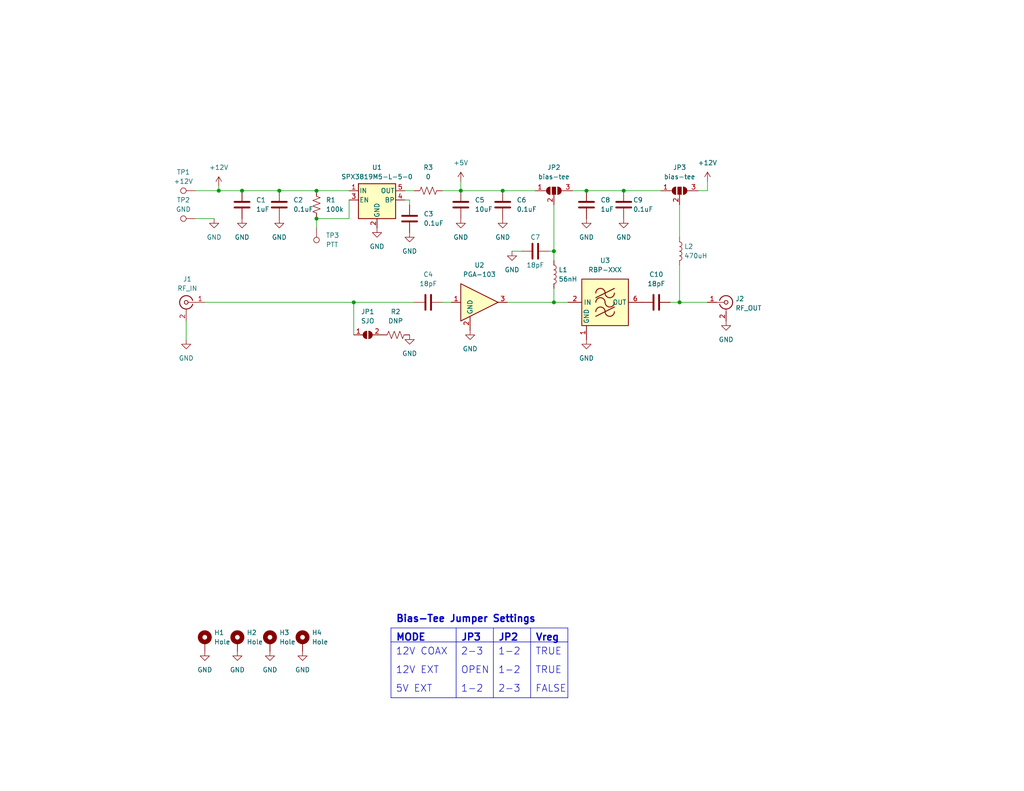
<source format=kicad_sch>
(kicad_sch (version 20230121) (generator eeschema)
  (paper "A")
  (title_block (title "PGA-103+ Preamplifier, Version 2") (date "2023-08-08") (rev "-") (company "VTGS, GSN-DSA") (comment 1 "Preamplifier for VHF/UHF Satellite Rx") (comment 2 "Minicircuits RBP-XXX Variant") (comment 3 "creativecommons.org/licenses/by/4.0/") (comment 4 "License: CC BY 4.0") (comment 5 "Author: Zach Leffke, KJ4QLP"))
  (lib_symbols
    (symbol "Connector:Conn_Coaxial" (pin_names (offset 1.016) hide)
      (property "Reference" "J" (at 0.254 3.048 0))
      (property "Value" "Conn_Coaxial" (at 2.921 0 90))
      (symbol "Conn_Coaxial_0_1"
        (arc (start -1.778 -0.508) (mid 0.2311 -1.8066) (end 1.778 0) (stroke (width 0.254)))
        (polyline (pts (xy -2.54 0) (xy -0.508 0)))
        (polyline (pts (xy 0 -2.54) (xy 0 -1.778)))
        (circle (center 0 0) (radius 0.508) (stroke (width 0.2032)))
        (arc (start 1.778 0) (mid 0.2099 1.8101) (end -1.778 0.508) (stroke (width 0.254)))
      )
      (symbol "Conn_Coaxial_1_1"
        (pin passive line (at -5.08 0 0) (length 2.54) (name "In") (number "1"))
        (pin passive line (at 0 -5.08 90) (length 2.54) (name "Ext") (number "2"))
      )
    )
    (symbol "Connector:TestPoint" (pin_numbers hide) (pin_names (offset 0.762) hide)
      (property "Reference" "TP" (at 0 6.858 0))
      (property "Value" "TestPoint" (at 0 5.08 0))
      (symbol "TestPoint_0_1"
        (circle (center 0 3.302) (radius 0.762))
      )
      (symbol "TestPoint_1_1"
        (pin passive line (at 0 0 90) (length 2.54) (name "1") (number "1"))
      )
    )
    (symbol "Device:C" (pin_numbers hide) (pin_names (offset 0.254))
      (property "Reference" "C" (at 0.635 2.54 0))
      (property "Value" "C" (at 0.635 -2.54 0))
      (symbol "C_0_1"
        (polyline (pts (xy -2.032 -0.762) (xy 2.032 -0.762)) (stroke (width 0.508)))
        (polyline (pts (xy -2.032 0.762) (xy 2.032 0.762)) (stroke (width 0.508)))
      )
      (symbol "C_1_1"
        (pin passive line (at 0 3.81 270) (length 2.794) (name "~") (number "1"))
        (pin passive line (at 0 -3.81 90) (length 2.794) (name "~") (number "2"))
      )
    )
    (symbol "Device:L" (pin_numbers hide) (pin_names (offset 1.016) hide)
      (property "Reference" "L" (at -1.27 0 90))
      (property "Value" "L" (at 1.905 0 90))
      (symbol "L_0_1"
        (arc (start 0 -2.54) (mid 0.6323 -1.905) (end 0 -1.27))
        (arc (start 0 -1.27) (mid 0.6323 -0.635) (end 0 0))
        (arc (start 0 0) (mid 0.6323 0.635) (end 0 1.27))
        (arc (start 0 1.27) (mid 0.6323 1.905) (end 0 2.54))
      )
      (symbol "L_1_1"
        (pin passive line (at 0 3.81 270) (length 1.27) (name "1") (number "1"))
        (pin passive line (at 0 -3.81 90) (length 1.27) (name "2") (number "2"))
      )
    )
    (symbol "Device:R_US" (pin_numbers hide) (pin_names (offset 0))
      (property "Reference" "R" (at 2.54 0 90))
      (property "Value" "R_US" (at -2.54 0 90))
      (symbol "R_US_0_1"
        (polyline (pts (xy 0 -2.286) (xy 0 -2.54)))
        (polyline (pts (xy 0 2.286) (xy 0 2.54)))
        (polyline (pts (xy 0 -0.762) (xy 1.016 -1.143) (xy 0 -1.524) (xy -1.016 -1.905) (xy 0 -2.286)))
        (polyline (pts (xy 0 0.762) (xy 1.016 0.381) (xy 0 0) (xy -1.016 -0.381) (xy 0 -0.762)))
        (polyline (pts (xy 0 2.286) (xy 1.016 1.905) (xy 0 1.524) (xy -1.016 1.143) (xy 0 0.762)))
      )
      (symbol "R_US_1_1"
        (pin passive line (at 0 3.81 270) (length 1.27) (name "~") (number "1"))
        (pin passive line (at 0 -3.81 90) (length 1.27) (name "~") (number "2"))
      )
    )
    (symbol "Jumper:SolderJumper_2_Open" (pin_names (offset 0) hide)
      (property "Reference" "JP" (at 0 2.032 0))
      (property "Value" "SolderJumper_2_Open" (at 0 -2.54 0))
      (symbol "SolderJumper_2_Open_0_1"
        (arc (start -0.254 1.016) (mid -1.2656 0) (end -0.254 -1.016))
        (arc (start -0.254 1.016) (mid -1.2656 0) (end -0.254 -1.016) (fill (type outline)))
        (polyline (pts (xy -0.254 1.016) (xy -0.254 -1.016)))
        (polyline (pts (xy 0.254 1.016) (xy 0.254 -1.016)))
        (arc (start 0.254 -1.016) (mid 1.2656 0) (end 0.254 1.016))
        (arc (start 0.254 -1.016) (mid 1.2656 0) (end 0.254 1.016) (fill (type outline)))
      )
      (symbol "SolderJumper_2_Open_1_1"
        (pin passive line (at -3.81 0 0) (length 2.54) (name "A") (number "1"))
        (pin passive line (at 3.81 0 180) (length 2.54) (name "B") (number "2"))
      )
    )
    (symbol "Jumper:SolderJumper_3_Open" (pin_names (offset 0) hide)
      (property "Reference" "JP" (at -2.54 -2.54 0))
      (property "Value" "SolderJumper_3_Open" (at 0 2.794 0))
      (symbol "SolderJumper_3_Open_0_1"
        (arc (start -1.016 1.016) (mid -2.0276 0) (end -1.016 -1.016))
        (arc (start -1.016 1.016) (mid -2.0276 0) (end -1.016 -1.016) (fill (type outline)))
        (rectangle (start -0.508 1.016) (end 0.508 -1.016) (fill (type outline)))
        (polyline (pts (xy -2.54 0) (xy -2.032 0)))
        (polyline (pts (xy -1.016 1.016) (xy -1.016 -1.016)))
        (polyline (pts (xy 0 -1.27) (xy 0 -1.016)))
        (polyline (pts (xy 1.016 1.016) (xy 1.016 -1.016)))
        (polyline (pts (xy 2.54 0) (xy 2.032 0)))
        (arc (start 1.016 -1.016) (mid 2.0276 0) (end 1.016 1.016))
        (arc (start 1.016 -1.016) (mid 2.0276 0) (end 1.016 1.016) (fill (type outline)))
      )
      (symbol "SolderJumper_3_Open_1_1"
        (pin passive line (at -5.08 0 0) (length 2.54) (name "A") (number "1"))
        (pin passive line (at 0 -3.81 90) (length 2.54) (name "C") (number "2"))
        (pin passive line (at 5.08 0 180) (length 2.54) (name "B") (number "3"))
      )
    )
    (symbol "Mechanical:MountingHole_Pad" (pin_numbers hide) (pin_names (offset 1.016) hide)
      (property "Reference" "H" (at 0 6.35 0))
      (property "Value" "MountingHole_Pad" (at 0 4.445 0))
      (symbol "MountingHole_Pad_0_1"
        (circle (center 0 1.27) (radius 1.27) (stroke (width 1.27)))
      )
      (symbol "MountingHole_Pad_1_1"
        (pin input line (at 0 -2.54 90) (length 2.54) (name "1") (number "1"))
      )
    )
    (symbol "RF_Amplifier:PGA-103"
      (property "Reference" "U" (at -1.27 7.62 0))
      (property "Value" "PGA-103" (at 2.54 5.08 0))
      (symbol "PGA-103_0_1"
        (polyline (pts (xy 5.08 0) (xy -5.08 5.08) (xy -5.08 -5.08) (xy 5.08 0)) (stroke (width 0.254)) (fill (type background)))
      )
      (symbol "PGA-103_1_1"
        (pin input line (at -7.62 0 0) (length 2.54) (name "~") (number "1"))
        (pin power_in line (at -2.54 -7.62 90) (length 3.81) (name "GND") (number "2"))
        (pin output line (at 7.62 0 180) (length 2.54) (name "~") (number "3"))
      )
    )
    (symbol "RF_Filter:RBP-280"
      (property "Reference" "U" (at -6.35 7.62 0))
      (property "Value" "RBP-280" (at 6.35 7.62 0))
      (symbol "RBP-280_0_1"
        (rectangle (start -6.35 6.35) (end 6.35 -6.35) (stroke (width 0.254)) (fill (type background)))
        (arc (start 0 -2.54) (mid -1.27 -1.2755) (end -2.54 -2.54) (stroke (width 0.254)))
        (arc (start 0 -2.54) (mid 1.27 -3.8045) (end 2.54 -2.54) (stroke (width 0.254)))
        (arc (start 0 0) (mid -1.27 1.2645) (end -2.54 0) (stroke (width 0.254)))
        (polyline (pts (xy -2.54 -3.81) (xy 2.54 -1.27)) (stroke (width 0.254)))
        (polyline (pts (xy -2.54 1.27) (xy 2.54 3.81)) (stroke (width 0.254)))
        (arc (start 0 0) (mid 1.27 -1.2645) (end 2.54 0) (stroke (width 0.254)))
        (arc (start 0 2.54) (mid -1.27 3.8045) (end -2.54 2.54) (stroke (width 0.254)))
        (arc (start 0 2.54) (mid 1.27 1.2755) (end 2.54 2.54) (stroke (width 0.254)))
      )
      (symbol "RBP-280_1_1"
        (pin power_in line (at -5.08 -10.16 90) (length 3.81) (name "GND") (number "1"))
        (pin input line (at -10.16 0 0) (length 3.81) (name "IN") (number "2"))
        (pin passive line (at -5.08 -10.16 90) (length 3.81) hide (name "GND") (number "3"))
        (pin passive line (at -5.08 -10.16 90) (length 3.81) hide (name "GND") (number "4"))
        (pin passive line (at -5.08 -10.16 90) (length 3.81) hide (name "GND") (number "5"))
        (pin output line (at 10.16 0 180) (length 3.81) (name "OUT") (number "6"))
        (pin passive line (at -5.08 -10.16 90) (length 3.81) hide (name "GND") (number "7"))
        (pin passive line (at -5.08 -10.16 90) (length 3.81) hide (name "GND") (number "8"))
      )
    )
    (symbol "Regulator_Linear:SPX3819M5-L-5-0" (pin_names (offset 0.254))
      (property "Reference" "U" (at -3.81 5.715 0))
      (property "Value" "SPX3819M5-L-5-0" (at 0 5.715 0))
      (symbol "SPX3819M5-L-5-0_0_1"
        (rectangle (start -5.08 4.445) (end 5.08 -5.08) (stroke (width 0.254)) (fill (type background)))
      )
      (symbol "SPX3819M5-L-5-0_1_1"
        (pin power_in line (at -7.62 2.54 0) (length 2.54) (name "IN") (number "1"))
        (pin power_in line (at 0 -7.62 90) (length 2.54) (name "GND") (number "2"))
        (pin input line (at -7.62 0 0) (length 2.54) (name "EN") (number "3"))
        (pin input line (at 7.62 0 180) (length 2.54) (name "BP") (number "4"))
        (pin power_out line (at 7.62 2.54 180) (length 2.54) (name "OUT") (number "5"))
      )
    )
    (symbol "power:+12V" (power) (pin_names (offset 0))
      (property "Value" "+12V" (at 0 3.556 0))
      (symbol "+12V_0_1"
        (polyline (pts (xy -0.762 1.27) (xy 0 2.54)))
        (polyline (pts (xy 0 0) (xy 0 2.54)))
        (polyline (pts (xy 0 2.54) (xy 0.762 1.27)))
      )
      (symbol "+12V_1_1"
        (pin power_in line (at 0 0 90) (length 0) hide (name "+12V") (number "1"))
      )
    )
    (symbol "power:+5V" (power) (pin_names (offset 0))
      (property "Value" "+5V" (at 0 3.556 0))
      (symbol "+5V_0_1"
        (polyline (pts (xy -0.762 1.27) (xy 0 2.54)))
        (polyline (pts (xy 0 0) (xy 0 2.54)))
        (polyline (pts (xy 0 2.54) (xy 0.762 1.27)))
      )
      (symbol "+5V_1_1"
        (pin power_in line (at 0 0 90) (length 0) hide (name "+5V") (number "1"))
      )
    )
    (symbol "power:GND" (power) (pin_names (offset 0))
      (property "Value" "GND" (at 0 -3.81 0))
      (symbol "GND_0_1"
        (polyline (pts (xy 0 0) (xy 0 -1.27) (xy 1.27 -1.27) (xy 0 -2.54) (xy -1.27 -1.27) (xy 0 -1.27)))
      )
      (symbol "GND_1_1"
        (pin power_in line (at 0 0 270) (length 0) hide (name "GND") (number "1"))
      )
    )
  )
  (junction (at 137.16 52.07))
  (junction (at 151.13 68.58))
  (junction (at 76.2 52.07))
  (junction (at 86.36 52.07))
  (junction (at 59.69 52.07))
  (junction (at 86.36 59.69))
  (junction (at 185.42 82.55))
  (junction (at 96.52 82.55))
  (junction (at 160.02 52.07))
  (junction (at 66.04 52.07))
  (junction (at 125.73 52.07))
  (junction (at 170.18 52.07))
  (junction (at 151.13 82.55))
  (wire (pts (xy 193.04 52.07) (xy 193.04 49.53)))
  (wire (pts (xy 59.69 50.8) (xy 59.69 52.07)))
  (wire (pts (xy 170.18 52.07) (xy 180.34 52.07)))
  (wire (pts (xy 151.13 78.74) (xy 151.13 82.55)))
  (wire (pts (xy 185.42 72.39) (xy 185.42 82.55)))
  (wire (pts (xy 125.73 52.07) (xy 137.16 52.07)))
  (wire (pts (xy 53.34 52.07) (xy 59.69 52.07)))
  (wire (pts (xy 160.02 52.07) (xy 170.18 52.07)))
  (wire (pts (xy 120.65 82.55) (xy 123.19 82.55)))
  (wire (pts (xy 151.13 68.58) (xy 151.13 71.12)))
  (wire (pts (xy 137.16 52.07) (xy 146.05 52.07)))
  (wire (pts (xy 96.52 82.55) (xy 113.03 82.55)))
  (wire (pts (xy 66.04 52.07) (xy 76.2 52.07)))
  (wire (pts (xy 76.2 52.07) (xy 86.36 52.07)))
  (wire (pts (xy 95.25 59.69) (xy 95.25 54.61)))
  (wire (pts (xy 185.42 82.55) (xy 193.04 82.55)))
  (polyline (pts (xy 144.78 171.45) (xy 144.78 190.5)))
  (polyline (pts (xy 106.68 175.26) (xy 154.94 175.26)))
  (polyline (pts (xy 106.68 171.45) (xy 154.94 171.45)))
  (wire (pts (xy 151.13 55.88) (xy 151.13 68.58)))
  (wire (pts (xy 86.36 52.07) (xy 95.25 52.07)))
  (wire (pts (xy 53.34 59.69) (xy 58.42 59.69)))
  (wire (pts (xy 149.86 68.58) (xy 151.13 68.58)))
  (wire (pts (xy 86.36 59.69) (xy 86.36 62.23)))
  (wire (pts (xy 110.49 52.07) (xy 113.03 52.07)))
  (wire (pts (xy 96.52 82.55) (xy 96.52 91.44)))
  (polyline (pts (xy 154.94 171.45) (xy 154.94 190.5)))
  (polyline (pts (xy 106.68 171.45) (xy 106.68 190.5)))
  (wire (pts (xy 185.42 55.88) (xy 185.42 64.77)))
  (wire (pts (xy 59.69 52.07) (xy 66.04 52.07)))
  (polyline (pts (xy 134.62 171.45) (xy 134.62 190.5)))
  (wire (pts (xy 190.5 52.07) (xy 193.04 52.07)))
  (polyline (pts (xy 124.46 171.45) (xy 124.46 190.5)))
  (wire (pts (xy 182.88 82.55) (xy 185.42 82.55)))
  (polyline (pts (xy 154.94 190.5) (xy 106.68 190.5)))
  (wire (pts (xy 138.43 82.55) (xy 151.13 82.55)))
  (wire (pts (xy 156.21 52.07) (xy 160.02 52.07)))
  (wire (pts (xy 151.13 82.55) (xy 154.94 82.55)))
  (wire (pts (xy 55.88 82.55) (xy 96.52 82.55)))
  (wire (pts (xy 139.7 68.58) (xy 142.24 68.58)))
  (wire (pts (xy 111.76 54.61) (xy 111.76 55.88)))
  (wire (pts (xy 120.65 52.07) (xy 125.73 52.07)))
  (wire (pts (xy 86.36 59.69) (xy 95.25 59.69)))
  (wire (pts (xy 110.49 54.61) (xy 111.76 54.61)))
  (wire (pts (xy 50.8 87.63) (xy 50.8 92.71)))
  (wire (pts (xy 125.73 49.53) (xy 125.73 52.07)))
  (text "2-3" (at 135.89 189.23 0) (effects (font (size 1.905 1.905)) (justify left bottom)))
  (text "TRUE" (at 146.05 179.07 0) (effects (font (size 1.905 1.905)) (justify left bottom)))
  (text "2-3" (at 125.73 179.07 0) (effects (font (size 1.905 1.905)) (justify left bottom)))
  (text "OPEN" (at 125.73 184.15 0) (effects (font (size 1.905 1.905)) (justify left bottom)))
  (text "Bias-Tee Jumper Settings" (at 107.95 170.18 0) (effects (font (size 1.905 1.905) (thickness 0.381) bold) (justify left bottom)))
  (text "JP2" (at 135.89 175.26 0) (effects (font (size 1.905 1.905) (thickness 0.381) bold) (justify left bottom)))
  (text "JP3" (at 125.73 175.26 0) (effects (font (size 1.905 1.905) (thickness 0.381) bold) (justify left bottom)))
  (text "12V COAX" (at 107.95 179.07 0) (effects (font (size 1.905 1.905)) (justify left bottom)))
  (text "1-2" (at 135.89 184.15 0) (effects (font (size 1.905 1.905)) (justify left bottom)))
  (text "Vreg" (at 146.05 175.26 0) (effects (font (size 1.905 1.905) (thickness 0.381) bold) (justify left bottom)))
  (text "1-2" (at 135.89 179.07 0) (effects (font (size 1.905 1.905)) (justify left bottom)))
  (text "TRUE" (at 146.05 184.15 0) (effects (font (size 1.905 1.905)) (justify left bottom)))
  (text "MODE" (at 107.95 175.26 0) (effects (font (size 1.905 1.905) (thickness 0.381) bold) (justify left bottom)))
  (text "1-2" (at 125.73 189.23 0) (effects (font (size 1.905 1.905)) (justify left bottom)))
  (text "5V EXT" (at 107.95 189.23 0) (effects (font (size 1.905 1.905)) (justify left bottom)))
  (text "12V EXT" (at 107.95 184.15 0) (effects (font (size 1.905 1.905)) (justify left bottom)))
  (text "FALSE" (at 146.05 189.23 0) (effects (font (size 1.905 1.905)) (justify left bottom)))
  (symbol (lib_id "power:GND") (at 128.27 90.17 0) (unit 1)
    (property "Reference" "#PWR015" (effects hide))
    (property "Value" "GND" (at 128.27 95.25 0))
  )
  (symbol (lib_id "Device:C") (at 137.16 55.88 180) (unit 1)
    (property "Reference" "C6" (at 140.97 54.61 0) (effects (justify right)))
    (property "Value" "0.1uF" (at 140.97 57.15 0) (effects (justify right)))
    (property "Footprint" "digikey-footprints:0805" (effects hide))
  )
  (symbol (lib_id "power:GND") (at 66.04 59.69 0) (unit 1)
    (property "Reference" "#PWR06" (effects hide))
    (property "Value" "GND" (at 66.04 64.77 0))
  )
  (symbol (lib_id "power:GND") (at 55.88 177.8 0) (unit 1)
    (property "Reference" "#PWR02" (effects hide))
    (property "Value" "GND" (at 55.88 182.88 0))
  )
  (symbol (lib_id "power:GND") (at 137.16 59.69 0) (unit 1)
    (property "Reference" "#PWR016" (effects hide))
    (property "Value" "GND" (at 137.16 64.77 0))
  )
  (symbol (lib_id "power:GND") (at 64.77 177.8 0) (unit 1)
    (property "Reference" "#PWR05" (effects hide))
    (property "Value" "GND" (at 64.77 182.88 0))
  )
  (symbol (lib_id "power:GND") (at 139.7 68.58 0) (unit 1)
    (property "Reference" "#PWR017" (effects hide))
    (property "Value" "GND" (at 139.7 73.66 0))
  )
  (symbol (lib_id "Device:R_US") (at 86.36 55.88 0) (unit 1)
    (property "Reference" "R1" (at 88.9 54.61 0) (effects (justify left)))
    (property "Value" "100k" (at 88.9 57.15 0) (effects (justify left)))
    (property "Footprint" "digikey-footprints:0805" (effects hide))
  )
  (symbol (lib_id "Connector:TestPoint") (at 53.34 59.69 90) (unit 1)
    (property "Reference" "TP2" (at 50.038 54.61 90))
    (property "Value" "GND" (at 50.038 57.15 90))
    (property "Footprint" "TestPoint:TestPoint_Pad_2.0x2.0mm" (effects hide))
  )
  (symbol (lib_id "Device:C") (at 66.04 55.88 180) (unit 1)
    (property "Reference" "C1" (at 69.85 54.61 0) (effects (justify right)))
    (property "Value" "1uF" (at 69.85 57.15 0) (effects (justify right)))
    (property "Footprint" "digikey-footprints:0805" (effects hide))
  )
  (symbol (lib_id "Connector:TestPoint") (at 53.34 52.07 90) (unit 1)
    (property "Reference" "TP1" (at 50.038 46.99 90))
    (property "Value" "+12V" (at 50.038 49.53 90))
    (property "Footprint" "TestPoint:TestPoint_Pad_2.0x2.0mm" (effects hide))
  )
  (symbol (lib_id "Device:L") (at 151.13 74.93 0) (unit 1)
    (property "Reference" "L1" (at 152.4 73.66 0) (effects (justify left)))
    (property "Value" "56nH" (at 152.4 76.2 0) (effects (justify left)))
    (property "Footprint" "digikey-footprints:0805" (effects hide))
  )
  (symbol (lib_id "power:GND") (at 125.73 59.69 0) (unit 1)
    (property "Reference" "#PWR014" (effects hide))
    (property "Value" "GND" (at 125.73 64.77 0))
  )
  (symbol (lib_id "power:GND") (at 76.2 59.69 0) (unit 1)
    (property "Reference" "#PWR08" (effects hide))
    (property "Value" "GND" (at 76.2 64.77 0))
  )
  (symbol (lib_id "power:GND") (at 73.66 177.8 0) (unit 1)
    (property "Reference" "#PWR07" (effects hide))
    (property "Value" "GND" (at 73.66 182.88 0))
  )
  (symbol (lib_id "Mechanical:MountingHole_Pad") (at 82.55 175.26 0) (unit 1)
    (property "Reference" "H4" (at 85.09 172.72 0) (effects (justify left)))
    (property "Value" "Hole" (at 85.09 175.26 0) (effects (justify left)))
    (property "Footprint" "MountingHole:MountingHole_2.5mm_Pad_Via" (effects hide))
  )
  (symbol (lib_id "Connector:Conn_Coaxial") (at 50.8 82.55 0) (mirror y) (unit 1)
    (property "Reference" "J1" (at 51.1174 76.2 0))
    (property "Value" "RF_IN" (at 51.1174 78.74 0))
    (property "Footprint" "Connector_Coaxial:SMA_Samtec_SMA-J-P-X-ST-EM1_EdgeMount" (effects hide))
    (property "Datasheet" " ~" (effects hide))
  )
  (symbol (lib_id "power:+5V") (at 125.73 49.53 0) (unit 1)
    (property "Reference" "#PWR013" (effects hide))
    (property "Value" "+5V" (at 125.73 44.45 0))
  )
  (symbol (lib_id "power:GND") (at 198.12 87.63 0) (unit 1)
    (property "Reference" "#PWR022" (effects hide))
    (property "Value" "GND" (at 198.12 92.71 0))
  )
  (symbol (lib_id "Device:L") (at 185.42 68.58 0) (unit 1)
    (property "Reference" "L2" (at 186.69 67.31 0) (effects (justify left)))
    (property "Value" "470uH" (at 186.69 69.85 0) (effects (justify left)))
    (property "Footprint" "digikey-footprints:0805" (effects hide))
  )
  (symbol (lib_id "power:GND") (at 160.02 92.71 0) (unit 1)
    (property "Reference" "#PWR019" (effects hide))
    (property "Value" "GND" (at 160.02 97.79 0))
  )
  (symbol (lib_id "Regulator_Linear:SPX3819M5-L-5-0") (at 102.87 54.61 0) (unit 1)
    (property "Reference" "U1" (at 102.87 45.72 0))
    (property "Value" "SPX3819M5-L-5-0" (at 102.87 48.26 0))
    (property "Footprint" "Package_TO_SOT_SMD:SOT-23-5" (effects hide))
    (property "Datasheet" "https://www.exar.com/content/document.ashx?id=22106&languageid=1033&type=Datasheet&partnumber=SPX3819&filename=SPX3819.pdf&part=SPX3819" (effects hide))
  )
  (symbol (lib_id "Device:C") (at 160.02 55.88 180) (unit 1)
    (property "Reference" "C8" (at 163.83 54.61 0) (effects (justify right)))
    (property "Value" "1uF" (at 163.83 57.15 0) (effects (justify right)))
    (property "Footprint" "digikey-footprints:0805" (effects hide))
  )
  (symbol (lib_id "power:GND") (at 58.42 59.69 0) (unit 1)
    (property "Reference" "#PWR03" (effects hide))
    (property "Value" "GND" (at 58.42 64.77 0))
  )
  (symbol (lib_id "power:GND") (at 111.76 63.5 0) (unit 1)
    (property "Reference" "#PWR011" (effects hide))
    (property "Value" "GND" (at 111.76 68.58 0))
  )
  (symbol (lib_id "Mechanical:MountingHole_Pad") (at 73.66 175.26 0) (unit 1)
    (property "Reference" "H3" (at 76.2 172.72 0) (effects (justify left)))
    (property "Value" "Hole" (at 76.2 175.26 0) (effects (justify left)))
    (property "Footprint" "MountingHole:MountingHole_2.5mm_Pad_Via" (effects hide))
  )
  (symbol (lib_id "Device:R_US") (at 107.95 91.44 90) (unit 1)
    (property "Reference" "R2" (at 107.95 85.09 90))
    (property "Value" "DNP" (at 107.95 87.63 90))
    (property "Footprint" "digikey-footprints:0805" (effects hide))
  )
  (symbol (lib_id "Device:C") (at 179.07 82.55 90) (unit 1)
    (property "Reference" "C10" (at 179.07 74.93 90))
    (property "Value" "18pF" (at 179.07 77.47 90))
    (property "Footprint" "digikey-footprints:0805" (effects hide))
  )
  (symbol (lib_id "Device:C") (at 111.76 59.69 180) (unit 1)
    (property "Reference" "C3" (at 115.57 58.42 0) (effects (justify right)))
    (property "Value" "0.1uF" (at 115.57 60.96 0) (effects (justify right)))
    (property "Footprint" "digikey-footprints:0805" (effects hide))
  )
  (symbol (lib_id "Connector:Conn_Coaxial") (at 198.12 82.55 0) (unit 1)
    (property "Reference" "J2" (at 200.66 81.5732 0) (effects (justify left)))
    (property "Value" "RF_OUT" (at 200.66 84.1132 0) (effects (justify left)))
    (property "Footprint" "Connector_Coaxial:SMA_Samtec_SMA-J-P-X-ST-EM1_EdgeMount" (effects hide))
    (property "Datasheet" " ~" (effects hide))
  )
  (symbol (lib_id "Device:C") (at 170.18 55.88 180) (unit 1)
    (property "Reference" "C9" (at 172.72 54.61 0) (effects (justify right)))
    (property "Value" "0.1uF" (at 172.72 57.15 0) (effects (justify right)))
    (property "Footprint" "digikey-footprints:0805" (effects hide))
  )
  (symbol (lib_id "Device:C") (at 76.2 55.88 180) (unit 1)
    (property "Reference" "C2" (at 80.01 54.61 0) (effects (justify right)))
    (property "Value" "0.1uF" (at 80.01 57.15 0) (effects (justify right)))
    (property "Footprint" "digikey-footprints:0805" (effects hide))
  )
  (symbol (lib_id "Jumper:SolderJumper_3_Open") (at 151.13 52.07 0) (unit 1)
    (property "Reference" "JP2" (at 151.13 45.72 0))
    (property "Value" "bias-tee" (at 151.13 48.26 0))
    (property "Footprint" "Jumper:SolderJumper-3_P1.3mm_Open_RoundedPad1.0x1.5mm_NumberLabels" (effects hide))
  )
  (symbol (lib_id "Jumper:SolderJumper_2_Open") (at 100.33 91.44 0) (unit 1)
    (property "Reference" "JP1" (at 100.33 85.09 0))
    (property "Value" "SJO" (at 100.33 87.63 0))
    (property "Footprint" "Jumper:SolderJumper-2_P1.3mm_Open_RoundedPad1.0x1.5mm" (effects hide))
  )
  (symbol (lib_id "Device:C") (at 146.05 68.58 90) (unit 1)
    (property "Reference" "C7" (at 146.05 64.77 90))
    (property "Value" "18pF" (at 146.05 72.39 90))
    (property "Footprint" "digikey-footprints:0805" (effects hide))
  )
  (symbol (lib_id "RF_Filter:RBP-280") (at 165.1 82.55 0) (unit 1)
    (property "Reference" "U3" (at 165.1 71.12 0))
    (property "Value" "RBP-XXX" (at 165.1 73.66 0))
    (property "Footprint" "RF_Mini-Circuits:Mini-Circuits_GP731_LandPatternPL-176" (effects hide))
    (property "Datasheet" "https://www.minicircuits.com/pdfs/RBP-280+.pdf" (effects hide))
  )
  (symbol (lib_id "Device:C") (at 125.73 55.88 180) (unit 1)
    (property "Reference" "C5" (at 129.54 54.61 0) (effects (justify right)))
    (property "Value" "10uF" (at 129.54 57.15 0) (effects (justify right)))
    (property "Footprint" "digikey-footprints:0805" (effects hide))
  )
  (symbol (lib_id "power:GND") (at 160.02 59.69 0) (unit 1)
    (property "Reference" "#PWR018" (effects hide))
    (property "Value" "GND" (at 160.02 64.77 0))
  )
  (symbol (lib_id "Jumper:SolderJumper_3_Open") (at 185.42 52.07 0) (unit 1)
    (property "Reference" "JP3" (at 185.42 45.72 0))
    (property "Value" "bias-tee" (at 185.42 48.26 0))
    (property "Footprint" "Jumper:SolderJumper-3_P1.3mm_Open_RoundedPad1.0x1.5mm_NumberLabels" (effects hide))
  )
  (symbol (lib_id "RF_Amplifier:PGA-103") (at 130.81 82.55 0) (unit 1)
    (property "Reference" "U2" (at 130.81 72.39 0))
    (property "Value" "PGA-103" (at 130.81 74.93 0))
    (property "Footprint" "Package_TO_SOT_SMD:SOT-89-3" (effects hide))
    (property "Datasheet" "https://www.minicircuits.com/pdfs/PGA-103+.pdf" (effects hide))
  )
  (symbol (lib_id "Mechanical:MountingHole_Pad") (at 55.88 175.26 0) (unit 1)
    (property "Reference" "H1" (at 58.42 172.72 0) (effects (justify left)))
    (property "Value" "Hole" (at 58.42 175.26 0) (effects (justify left)))
    (property "Footprint" "MountingHole:MountingHole_2.5mm_Pad_Via" (effects hide))
  )
  (symbol (lib_id "Device:C") (at 116.84 82.55 90) (unit 1)
    (property "Reference" "C4" (at 116.84 74.93 90))
    (property "Value" "18pF" (at 116.84 77.47 90))
    (property "Footprint" "digikey-footprints:0805" (effects hide))
  )
  (symbol (lib_id "power:GND") (at 111.76 91.44 0) (unit 1)
    (property "Reference" "#PWR012" (effects hide))
    (property "Value" "GND" (at 111.76 96.52 0))
  )
  (symbol (lib_id "power:GND") (at 102.87 62.23 0) (unit 1)
    (property "Reference" "#PWR010" (effects hide))
    (property "Value" "GND" (at 102.87 67.31 0))
  )
  (symbol (lib_id "power:GND") (at 82.55 177.8 0) (unit 1)
    (property "Reference" "#PWR09" (effects hide))
    (property "Value" "GND" (at 82.55 182.88 0))
  )
  (symbol (lib_id "Connector:TestPoint") (at 86.36 62.23 180) (unit 1)
    (property "Reference" "TP3" (at 88.9 64.262 0) (effects (justify right)))
    (property "Value" "PTT" (at 88.9 66.802 0) (effects (justify right)))
    (property "Footprint" "TestPoint:TestPoint_Pad_2.0x2.0mm" (effects hide))
  )
  (symbol (lib_id "power:+12V") (at 193.04 49.53 0) (unit 1)
    (property "Reference" "#PWR021" (effects hide))
    (property "Value" "+12V" (at 193.04 44.45 0))
  )
  (symbol (lib_id "Mechanical:MountingHole_Pad") (at 64.77 175.26 0) (unit 1)
    (property "Reference" "H2" (at 67.31 172.72 0) (effects (justify left)))
    (property "Value" "Hole" (at 67.31 175.26 0) (effects (justify left)))
    (property "Footprint" "MountingHole:MountingHole_2.5mm_Pad_Via" (effects hide))
  )
  (symbol (lib_id "power:GND") (at 170.18 59.69 0) (unit 1)
    (property "Reference" "#PWR020" (effects hide))
    (property "Value" "GND" (at 170.18 64.77 0))
  )
  (symbol (lib_id "Device:R_US") (at 116.84 52.07 90) (unit 1)
    (property "Reference" "R3" (at 116.84 45.72 90))
    (property "Value" "0" (at 116.84 48.26 90))
    (property "Footprint" "digikey-footprints:0805" (effects hide))
  )
  (symbol (lib_id "power:GND") (at 50.8 92.71 0) (unit 1)
    (property "Reference" "#PWR01" (effects hide))
    (property "Value" "GND" (at 50.8 97.79 0))
  )
  (symbol (lib_id "power:+12V") (at 59.69 50.8 0) (unit 1)
    (property "Reference" "#PWR04" (effects hide))
    (property "Value" "+12V" (at 59.69 45.72 0))
  )
)
</source>
